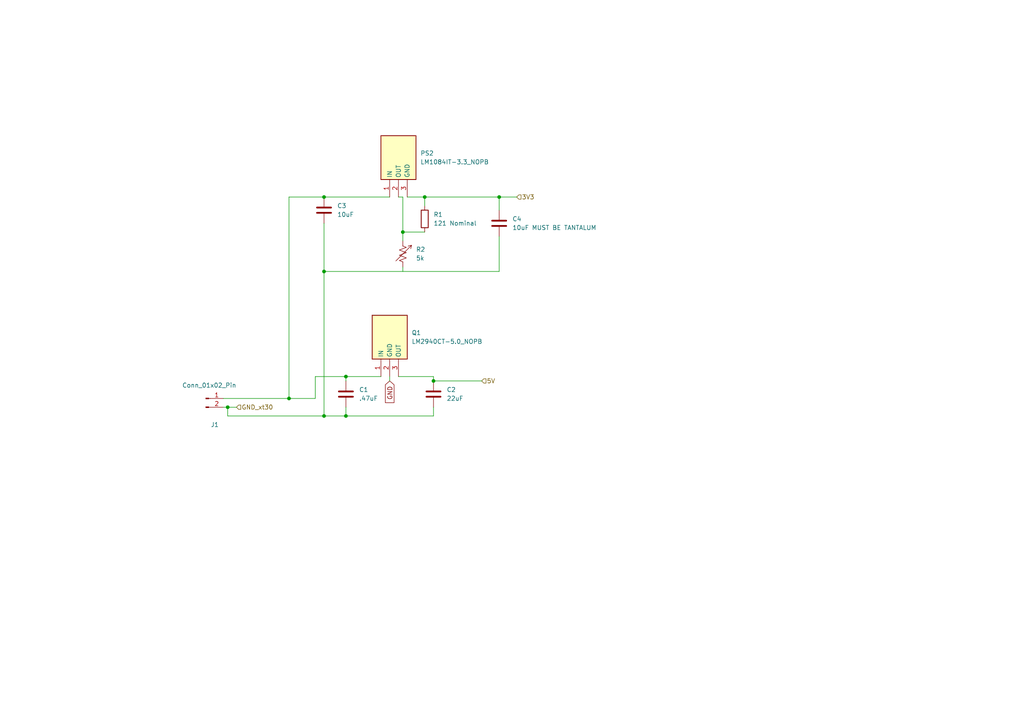
<source format=kicad_sch>
(kicad_sch (version 20230121) (generator eeschema)
  (paper "A4")
  (lib_symbols
    (symbol "Connector:Conn_01x02_Pin" (pin_names (offset 1.016) hide)
      (property "Reference" "J" (at 0 2.54 0))
      (property "Value" "Conn_01x02_Pin" (at 0 -5.08 0))
      (symbol "Conn_01x02_Pin_1_1"
        (polyline (pts (xy 1.27 -2.54) (xy 0.8636 -2.54)) (stroke (width 0.1524)))
        (polyline (pts (xy 1.27 0) (xy 0.8636 0)) (stroke (width 0.1524)))
        (rectangle (start 0.8636 -2.413) (end 0 -2.667) (stroke (width 0.1524)) (fill (type outline)))
        (rectangle (start 0.8636 0.127) (end 0 -0.127) (stroke (width 0.1524)) (fill (type outline)))
        (pin passive line (at 5.08 0 180) (length 3.81) (name "Pin_1") (number "1"))
        (pin passive line (at 5.08 -2.54 180) (length 3.81) (name "Pin_2") (number "2"))
      )
    )
    (symbol "Device:C" (pin_numbers hide) (pin_names (offset 0.254))
      (property "Reference" "C" (at 0.635 2.54 0))
      (property "Value" "C" (at 0.635 -2.54 0))
      (symbol "C_0_1"
        (polyline (pts (xy -2.032 -0.762) (xy 2.032 -0.762)) (stroke (width 0.508)))
        (polyline (pts (xy -2.032 0.762) (xy 2.032 0.762)) (stroke (width 0.508)))
      )
      (symbol "C_1_1"
        (pin passive line (at 0 3.81 270) (length 2.794) (name "~") (number "1"))
        (pin passive line (at 0 -3.81 90) (length 2.794) (name "~") (number "2"))
      )
    )
    (symbol "Device:R" (pin_numbers hide) (pin_names (offset 0))
      (property "Reference" "R" (at 2.032 0 90))
      (property "Value" "R" (at 0 0 90))
      (symbol "R_0_1"
        (rectangle (start -1.016 -2.54) (end 1.016 2.54) (stroke (width 0.254)))
      )
      (symbol "R_1_1"
        (pin passive line (at 0 3.81 270) (length 1.27) (name "~") (number "1"))
        (pin passive line (at 0 -3.81 90) (length 1.27) (name "~") (number "2"))
      )
    )
    (symbol "Device:R_Variable_US" (pin_numbers hide) (pin_names (offset 0))
      (property "Reference" "R" (at 2.54 -2.54 90))
      (property "Value" "R_Variable_US" (at -2.54 -1.27 90))
      (symbol "R_Variable_US_0_1"
        (polyline (pts (xy 0 -2.286) (xy 0 -2.54)))
        (polyline (pts (xy 0 2.286) (xy 0 2.54)))
        (polyline (pts (xy 0 -0.762) (xy 1.016 -1.143) (xy 0 -1.524) (xy -1.016 -1.905) (xy 0 -2.286)))
        (polyline (pts (xy 0 0.762) (xy 1.016 0.381) (xy 0 0) (xy -1.016 -0.381) (xy 0 -0.762)))
        (polyline (pts (xy 0 2.286) (xy 1.016 1.905) (xy 0 1.524) (xy -1.016 1.143) (xy 0 0.762)) (stroke (width 0.1524)))
        (polyline (pts (xy 2.286 1.524) (xy 2.54 2.54) (xy 1.524 2.286) (xy 2.54 2.54) (xy -2.032 -2.032)) (stroke (width 0.1524)))
      )
      (symbol "R_Variable_US_1_1"
        (pin passive line (at 0 3.81 270) (length 1.27) (name "~") (number "1"))
        (pin passive line (at 0 -3.81 90) (length 1.27) (name "~") (number "2"))
      )
    )
    (symbol "LM1084IT-3.3NOPB:LM1084IT-3.3_NOPB"
      (property "Reference" "PS" (at 19.05 7.62 0))
      (property "Value" "LM1084IT-3.3_NOPB" (at 19.05 5.08 0))
      (symbol "LM1084IT-3.3_NOPB_1_1"
        (rectangle (start 5.08 2.54) (end 17.78 -7.62) (stroke (width 0.254)) (fill (type background)))
        (pin input line (at 0 0 0) (length 5.08) (name "IN") (number "1"))
        (pin output line (at 0 -2.54 0) (length 5.08) (name "OUT") (number "2"))
        (pin power_in line (at 0 -5.08 0) (length 5.08) (name "GND") (number "3"))
      )
    )
    (symbol "LM2940CT-5.0/NOPB:LM2940CT-5.0_NOPB"
      (property "Reference" "Q" (at 19.05 7.62 0))
      (property "Value" "LM2940CT-5.0_NOPB" (at 19.05 5.08 0))
      (symbol "LM2940CT-5.0_NOPB_1_1"
        (rectangle (start 5.08 2.54) (end 17.78 -7.62) (stroke (width 0.254)) (fill (type background)))
        (pin passive line (at 0 0 0) (length 5.08) (name "IN") (number "1"))
        (pin passive line (at 0 -2.54 0) (length 5.08) (name "GND") (number "2"))
        (pin passive line (at 0 -5.08 0) (length 5.08) (name "OUT") (number "3"))
      )
    )
  )
  (junction (at 144.78 57.15))
  (junction (at 93.98 57.15))
  (junction (at 93.98 78.74))
  (junction (at 93.98 120.65))
  (junction (at 125.73 110.49))
  (junction (at 100.33 120.65))
  (junction (at 66.04 118.11))
  (junction (at 100.33 109.22))
  (junction (at 123.19 57.15))
  (junction (at 116.84 67.31))
  (junction (at 83.82 115.57))
  (wire (pts (xy 110.49 109.22) (xy 100.33 109.22)))
  (wire (pts (xy 144.78 57.15) (xy 144.78 60.96)))
  (wire (pts (xy 116.84 67.31) (xy 123.19 67.31)))
  (wire (pts (xy 100.33 109.22) (xy 100.33 110.49)))
  (wire (pts (xy 83.82 57.15) (xy 93.98 57.15)))
  (wire (pts (xy 93.98 57.15) (xy 113.03 57.15)))
  (wire (pts (xy 118.11 57.15) (xy 123.19 57.15)))
  (wire (pts (xy 93.98 120.65) (xy 66.04 120.65)))
  (wire (pts (xy 125.73 110.49) (xy 139.7 110.49)))
  (wire (pts (xy 66.04 120.65) (xy 66.04 118.11)))
  (wire (pts (xy 91.44 109.22) (xy 100.33 109.22)))
  (wire (pts (xy 100.33 120.65) (xy 93.98 120.65)))
  (wire (pts (xy 144.78 68.58) (xy 144.78 78.74)))
  (wire (pts (xy 83.82 57.15) (xy 83.82 115.57)))
  (wire (pts (xy 125.73 109.22) (xy 125.73 110.49)))
  (wire (pts (xy 116.84 77.47) (xy 116.84 78.74)))
  (wire (pts (xy 64.77 115.57) (xy 83.82 115.57)))
  (wire (pts (xy 113.03 110.49) (xy 113.03 109.22)))
  (wire (pts (xy 93.98 78.74) (xy 93.98 120.65)))
  (wire (pts (xy 100.33 120.65) (xy 125.73 120.65)))
  (wire (pts (xy 93.98 78.74) (xy 144.78 78.74)))
  (wire (pts (xy 64.77 118.11) (xy 66.04 118.11)))
  (wire (pts (xy 116.84 57.15) (xy 115.57 57.15)))
  (wire (pts (xy 144.78 57.15) (xy 149.86 57.15)))
  (wire (pts (xy 123.19 57.15) (xy 123.19 59.69)))
  (wire (pts (xy 91.44 115.57) (xy 91.44 109.22)))
  (wire (pts (xy 66.04 118.11) (xy 68.58 118.11)))
  (wire (pts (xy 100.33 118.11) (xy 100.33 120.65)))
  (wire (pts (xy 115.57 109.22) (xy 125.73 109.22)))
  (wire (pts (xy 116.84 67.31) (xy 116.84 57.15)))
  (wire (pts (xy 123.19 57.15) (xy 144.78 57.15)))
  (wire (pts (xy 125.73 118.11) (xy 125.73 120.65)))
  (wire (pts (xy 93.98 64.77) (xy 93.98 78.74)))
  (wire (pts (xy 116.84 69.85) (xy 116.84 67.31)))
  (wire (pts (xy 83.82 115.57) (xy 91.44 115.57)))
  (global_label "GND" (shape input) (at 113.03 110.49 270) (property "Intersheetrefs" "${INTERSHEET_REFS}" (effects hide)))
  (hierarchical_label "5V" (shape input) (at 139.7 110.49 0))
  (hierarchical_label "GND_xt30" (shape input) (at 68.58 118.11 0))
  (hierarchical_label "3V3" (shape input) (at 149.86 57.15 0))
  (symbol (lib_id "Device:R_Variable_US") (at 116.84 73.66 0) (unit 1)
    (property "Reference" "R2" (at 120.65 72.3519 0) (effects (justify left)))
    (property "Value" "5k" (at 120.65 74.8919 0) (effects (justify left)))
    (instances (project "power" (path "" (reference "R2") (unit 1)) (path "" (reference "R3") (unit 1))))
  )
  (symbol (lib_id "LM1084IT-3.3NOPB:LM1084IT-3.3_NOPB") (at 113.03 57.15 90) (unit 1)
    (property "Reference" "PS2" (at 121.92 44.45 90) (effects (justify right)))
    (property "Value" "LM1084IT-3.3_NOPB" (at 121.92 46.99 90) (effects (justify right)))
    (property "Footprint" "TO254P470X1028X1955-3P" (effects hide))
    (property "Height" "4.7" (effects hide))
    (property "Mouser Part Number" "926-LM1084IT-3.3NOPB" (effects hide))
    (property "Mouser Price/Stock" "https://www.mouser.co.uk/ProductDetail/Texas-Instruments/LM1084IT-3.3-NOPB?qs=X1J7HmVL2ZH4e8i30AZoWw%3D%3D" (effects hide))
    (property "Manufacturer_Name" "Texas Instruments" (effects hide))
    (property "Manufacturer_Part_Number" "LM1084IT-3.3/NOPB" (effects hide))
    (instances (project "power" (path "" (reference "PS2") (unit 1)) (path "" (reference "PS1") (unit 1))))
  )
  (symbol (lib_id "Device:R") (at 123.19 63.5 0) (unit 1)
    (property "Reference" "R1" (at 125.73 62.23 0) (effects (justify left)))
    (property "Value" "121 Nominal" (at 125.73 64.77 0) (effects (justify left)))
    (instances (project "power" (path "" (reference "R1") (unit 1)) (path "" (reference "R4") (unit 1))))
  )
  (symbol (lib_id "Connector:Conn_01x02_Pin") (at 59.69 115.57 0) (unit 1)
    (property "Reference" "J1" (at 63.5 123.19 0) (effects (justify right)))
    (property "Value" "Conn_01x02_Pin" (at 68.58 111.76 0) (effects (justify right)))
    (property "Footprint" "XT30:XT30UPB-M" (effects hide))
    (instances (project "power" (path "" (reference "J1") (unit 1)) (path "" (reference "J2") (unit 1))))
  )
  (symbol (lib_id "Device:C") (at 100.33 114.3 0) (unit 1)
    (property "Reference" "C1" (at 104.14 113.03 0) (effects (justify left)))
    (property "Value" ".47uF" (at 104.14 115.57 0) (effects (justify left)))
    (property "Footprint" "Capacitor_THT:CP_Radial_D5.0mm_P2.00mm" (effects hide))
    (instances (project "power" (path "" (reference "C1") (unit 1)) (path "" (reference "C5") (unit 1))))
  )
  (symbol (lib_id "Device:C") (at 144.78 64.77 0) (unit 1)
    (property "Reference" "C4" (at 148.59 63.5 0) (effects (justify left)))
    (property "Value" "10uF MUST BE TANTALUM" (at 148.59 66.04 0) (effects (justify left)))
    (instances (project "power" (path "" (reference "C4") (unit 1)) (path "" (reference "C8") (unit 1))))
  )
  (symbol (lib_id "Device:C") (at 93.98 60.96 0) (unit 1)
    (property "Reference" "C3" (at 97.79 59.69 0) (effects (justify left)))
    (property "Value" "10uF" (at 97.79 62.23 0) (effects (justify left)))
    (instances (project "power" (path "" (reference "C3") (unit 1)) (path "" (reference "C7") (unit 1))))
  )
  (symbol (lib_id "LM2940CT-5.0/NOPB:LM2940CT-5.0_NOPB") (at 110.49 109.22 90) (unit 1)
    (property "Reference" "Q1" (at 119.38 96.52 90) (effects (justify right)))
    (property "Value" "LM2940CT-5.0_NOPB" (at 119.38 99.06 90) (effects (justify right)))
    (property "Footprint" "TO254P470X1028X1955-3P" (effects hide))
    (property "Datasheet" "http://www.ti.com/lit/ds/symlink/lm2940c.pdf" (effects hide))
    (property "Height" "4.7" (effects hide))
    (property "Mouser Part Number" "926-LM2940CT-5.0NOPB" (effects hide))
    (property "Mouser Price/Stock" "https://www.mouser.co.uk/ProductDetail/Texas-Instruments/LM2940CT-5.0-NOPB?qs=X1J7HmVL2ZHd4yipOGCVKg%3D%3D" (effects hide))
    (property "Manufacturer_Name" "Texas Instruments" (effects hide))
    (property "Manufacturer_Part_Number" "LM2940CT-5.0/NOPB" (effects hide))
    (instances (project "power" (path "" (reference "Q1") (unit 1)) (path "" (reference "Q2") (unit 1))))
  )
  (symbol (lib_id "Device:C") (at 125.73 114.3 0) (unit 1)
    (property "Reference" "C2" (at 129.54 113.03 0) (effects (justify left)))
    (property "Value" "22uF" (at 129.54 115.57 0) (effects (justify left)))
    (property "Footprint" "Capacitor_THT:CP_Radial_D5.0mm_P2.00mm" (effects hide))
    (instances (project "power" (path "" (reference "C2") (unit 1)) (path "" (reference "C6") (unit 1))))
  )
)
</source>
